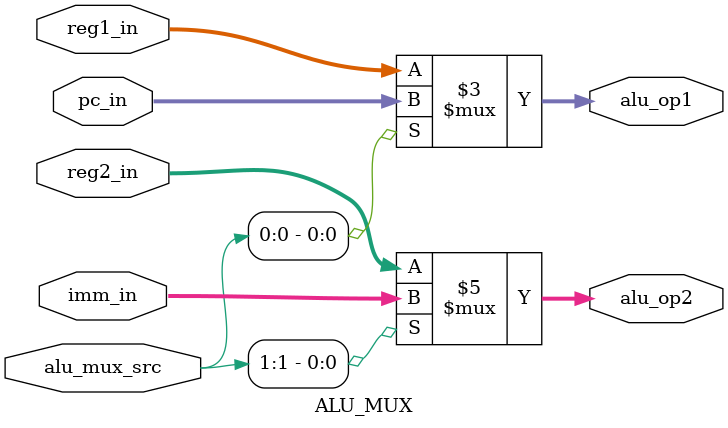
<source format=sv>
module ALU_MUX #(
    parameter DATA_WIDTH = 32
) (
    input  logic [DATA_WIDTH-1:0] reg1_in,
    input  logic [DATA_WIDTH-1:0] reg2_in,
    input  logic [DATA_WIDTH-1:0] pc_in,
    input  logic [DATA_WIDTH-1:0] imm_in,
    input  logic [1:0]            alu_mux_src,
    output logic [DATA_WIDTH-1:0] alu_op1,
    output logic [DATA_WIDTH-1:0] alu_op2
);

    always_comb begin
        alu_op1 = (alu_mux_src[0] == 1) ? pc_in : reg1_in;
        alu_op2 = (alu_mux_src[1] == 1) ? imm_in : reg2_in;
    end

endmodule

</source>
